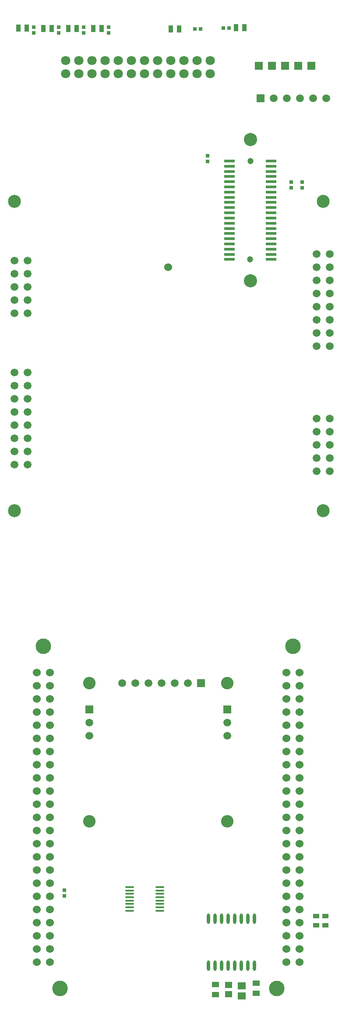
<source format=gbr>
G04 Layer_Color=255*
%FSLAX26Y26*%
%MOIN*%
%TF.FileFunction,Pads,Bot*%
%TF.Part,Single*%
G01*
G75*
%TA.AperFunction,SMDPad,CuDef*%
%ADD12R,0.029528X0.025591*%
%ADD15R,0.051181X0.033465*%
%ADD17R,0.025591X0.029528*%
%TA.AperFunction,ComponentPad*%
%ADD21C,0.059055*%
%ADD22R,0.059055X0.059055*%
%ADD23C,0.100000*%
%ADD24C,0.047000*%
%ADD25C,0.070866*%
%ADD26C,0.060000*%
%ADD27C,0.118110*%
%ADD28R,0.059055X0.059055*%
%ADD29R,0.060000X0.060000*%
%TA.AperFunction,ViaPad*%
%ADD30C,0.060000*%
%TA.AperFunction,WasherPad*%
%ADD31C,0.098425*%
%ADD32C,0.095000*%
%TA.AperFunction,SMDPad,CuDef*%
%ADD35R,0.055118X0.041339*%
%ADD36R,0.057087X0.045276*%
%ADD37R,0.061024X0.053150*%
%ADD38O,0.023622X0.078740*%
%ADD39R,0.037402X0.053150*%
%ADD40O,0.072835X0.013780*%
%ADD41R,0.078740X0.024000*%
D12*
X-1018000Y6583346D02*
D03*
X-1018000Y6626654D02*
D03*
X-2108000Y1003346D02*
D03*
X-2108000Y1046653D02*
D03*
X-1773000Y7558346D02*
D03*
X-1773000Y7601654D02*
D03*
X-383000Y6383346D02*
D03*
X-383000Y6426654D02*
D03*
X-298000Y6383346D02*
D03*
X-298000Y6426654D02*
D03*
X-2153000Y7558346D02*
D03*
X-2153000Y7601654D02*
D03*
X-1963000Y7558346D02*
D03*
X-1963000Y7601654D02*
D03*
X-2343000Y7558346D02*
D03*
X-2343000Y7601654D02*
D03*
D15*
X-193804Y847287D02*
D03*
X-193804Y780359D02*
D03*
X-122936Y780359D02*
D03*
X-122936Y847287D02*
D03*
D17*
X-1071346Y7590000D02*
D03*
X-1114653Y7590000D02*
D03*
X-899654Y7595000D02*
D03*
X-856346Y7595000D02*
D03*
D21*
X-869851Y2220178D02*
D03*
X-869851Y2320178D02*
D03*
X-1919851Y2220178D02*
D03*
X-1919851Y2320178D02*
D03*
X-188000Y4228500D02*
D03*
X-188000Y4328500D02*
D03*
X-188000Y4428500D02*
D03*
X-188000Y4528500D02*
D03*
X-188000Y4628500D02*
D03*
X-88000Y4228500D02*
D03*
X-88000Y4328500D02*
D03*
X-88000Y4428500D02*
D03*
X-88000Y4528500D02*
D03*
X-88000Y4628500D02*
D03*
X-116001Y7061500D02*
D03*
X-216001Y7061500D02*
D03*
X-316001Y7061500D02*
D03*
X-416001Y7061500D02*
D03*
X-516001Y7061500D02*
D03*
X-2488000Y5428500D02*
D03*
X-2488000Y5528500D02*
D03*
X-2488000Y5628500D02*
D03*
X-2488000Y5728500D02*
D03*
X-2488000Y5828500D02*
D03*
X-2388000Y5428500D02*
D03*
X-2388000Y5528500D02*
D03*
X-2388000Y5628500D02*
D03*
X-2388000Y5728500D02*
D03*
X-2388000Y5828500D02*
D03*
X-2388000Y4278500D02*
D03*
X-2388000Y4378500D02*
D03*
X-2388000Y4478500D02*
D03*
X-2488000Y4278500D02*
D03*
X-2488000Y4378500D02*
D03*
X-2488000Y4478500D02*
D03*
X-2388000Y4578500D02*
D03*
X-2388000Y4678500D02*
D03*
X-2388000Y4778500D02*
D03*
X-2388000Y4878500D02*
D03*
X-2388000Y4978500D02*
D03*
X-2488000Y4578500D02*
D03*
X-2488000Y4678500D02*
D03*
X-2488000Y4778500D02*
D03*
X-2488000Y4878500D02*
D03*
X-2488000Y4978500D02*
D03*
X-88000Y5178500D02*
D03*
X-88000Y5278500D02*
D03*
X-88000Y5378500D02*
D03*
X-188000Y5178500D02*
D03*
X-188000Y5278500D02*
D03*
X-188000Y5378500D02*
D03*
X-88000Y5478500D02*
D03*
X-88000Y5578500D02*
D03*
X-88000Y5678500D02*
D03*
X-88000Y5778500D02*
D03*
X-88000Y5878500D02*
D03*
X-188000Y5478500D02*
D03*
X-188000Y5578500D02*
D03*
X-188000Y5678500D02*
D03*
X-188000Y5778500D02*
D03*
X-188000Y5878500D02*
D03*
X-1269851Y2620178D02*
D03*
X-1169851Y2620178D02*
D03*
X-1369851Y2620178D02*
D03*
X-1469851Y2620178D02*
D03*
X-1569851Y2620178D02*
D03*
X-1669851Y2620178D02*
D03*
D22*
X-869851Y2420178D02*
D03*
X-1919851Y2420178D02*
D03*
D23*
X-693803Y5675260D02*
D03*
X-693803Y6747660D02*
D03*
D24*
X-693803Y6585760D02*
D03*
X-695403Y5837160D02*
D03*
D25*
X-1098000Y7248500D02*
D03*
X-1098000Y7348500D02*
D03*
X-1198000Y7348500D02*
D03*
X-1298000Y7348500D02*
D03*
X-1398000Y7348500D02*
D03*
X-1498000Y7348500D02*
D03*
X-1598000Y7348500D02*
D03*
X-1698000Y7348500D02*
D03*
X-1798000Y7348500D02*
D03*
X-1898000Y7348500D02*
D03*
X-1998000Y7348500D02*
D03*
X-2098000Y7348500D02*
D03*
X-1198000Y7248500D02*
D03*
X-1298000Y7248500D02*
D03*
X-1398000Y7248500D02*
D03*
X-1498000Y7248500D02*
D03*
X-1598000Y7248500D02*
D03*
X-1698000Y7248500D02*
D03*
X-1798000Y7248500D02*
D03*
X-1898000Y7248500D02*
D03*
X-1998000Y7248500D02*
D03*
X-2098000Y7248500D02*
D03*
X-998000Y7348500D02*
D03*
X-998000Y7248500D02*
D03*
D26*
X-2318000Y2700000D02*
D03*
X-418000Y500000D02*
D03*
X-418000Y600000D02*
D03*
X-418000Y700000D02*
D03*
X-418000Y800000D02*
D03*
X-418000Y900000D02*
D03*
X-418000Y1000000D02*
D03*
X-418000Y1100000D02*
D03*
X-418000Y1200000D02*
D03*
X-418000Y1300000D02*
D03*
X-418000Y1400000D02*
D03*
X-418000Y1500000D02*
D03*
X-418000Y1600000D02*
D03*
X-418000Y1700000D02*
D03*
X-418000Y1800000D02*
D03*
X-418000Y1900000D02*
D03*
X-418000Y2000000D02*
D03*
X-418000Y2100000D02*
D03*
X-418000Y2200000D02*
D03*
X-418000Y2300000D02*
D03*
X-418000Y2400000D02*
D03*
X-418000Y2500000D02*
D03*
X-418000Y2600000D02*
D03*
X-318000Y500000D02*
D03*
X-318000Y600000D02*
D03*
X-318000Y700000D02*
D03*
X-318000Y800000D02*
D03*
X-318000Y900000D02*
D03*
X-318000Y1000000D02*
D03*
X-318000Y1100000D02*
D03*
X-318000Y1200000D02*
D03*
X-318000Y1300000D02*
D03*
X-318000Y1400000D02*
D03*
X-318000Y1500000D02*
D03*
X-318000Y1600000D02*
D03*
X-318000Y1700000D02*
D03*
X-318000Y1800000D02*
D03*
X-318000Y1900000D02*
D03*
X-318000Y2000000D02*
D03*
X-318000Y2100000D02*
D03*
X-318000Y2200000D02*
D03*
X-318000Y2300000D02*
D03*
X-318000Y2400000D02*
D03*
X-318000Y2500000D02*
D03*
X-318000Y2600000D02*
D03*
X-318000Y2700000D02*
D03*
X-418000Y2700000D02*
D03*
X-2318000Y500000D02*
D03*
X-2318000Y600000D02*
D03*
X-2318000Y700000D02*
D03*
X-2318000Y800000D02*
D03*
X-2318000Y900000D02*
D03*
X-2318000Y1000000D02*
D03*
X-2318000Y1100000D02*
D03*
X-2318000Y1200000D02*
D03*
X-2318000Y1300000D02*
D03*
X-2318000Y1400000D02*
D03*
X-2318000Y1500000D02*
D03*
X-2318000Y1600000D02*
D03*
X-2318000Y1700000D02*
D03*
X-2318000Y1800000D02*
D03*
X-2318000Y1900000D02*
D03*
X-2318000Y2000000D02*
D03*
X-2318000Y2100000D02*
D03*
X-2318000Y2200000D02*
D03*
X-2318000Y2300000D02*
D03*
X-2318000Y2400000D02*
D03*
X-2318000Y2500000D02*
D03*
X-2318000Y2600000D02*
D03*
X-2218000Y500000D02*
D03*
X-2218000Y600000D02*
D03*
X-2218000Y700000D02*
D03*
X-2218000Y800000D02*
D03*
X-2218000Y900000D02*
D03*
X-2218000Y1000000D02*
D03*
X-2218000Y1100000D02*
D03*
X-2218000Y1200000D02*
D03*
X-2218000Y1300000D02*
D03*
X-2218000Y1400000D02*
D03*
X-2218000Y1500000D02*
D03*
X-2218000Y1600000D02*
D03*
X-2218000Y1700000D02*
D03*
X-2218000Y1800000D02*
D03*
X-2218000Y1900000D02*
D03*
X-2218000Y2000000D02*
D03*
X-2218000Y2100000D02*
D03*
X-2218000Y2200000D02*
D03*
X-2218000Y2300000D02*
D03*
X-2218000Y2400000D02*
D03*
X-2218000Y2500000D02*
D03*
X-2218000Y2600000D02*
D03*
X-2218000Y2700000D02*
D03*
D27*
X-2143000Y300000D02*
D03*
X-493000Y300000D02*
D03*
X-368000Y2900000D02*
D03*
X-2268000Y2900000D02*
D03*
D28*
X-616001Y7061500D02*
D03*
X-1069851Y2620178D02*
D03*
D29*
X-330481Y7307176D02*
D03*
X-430481Y7307176D02*
D03*
X-530481Y7307176D02*
D03*
X-630481Y7307176D02*
D03*
X-230481Y7307176D02*
D03*
D30*
X-1318000Y5778500D02*
D03*
D31*
X-2488000Y6278500D02*
D03*
X-2488000Y3928500D02*
D03*
X-138000Y6278500D02*
D03*
X-138000Y3928500D02*
D03*
D32*
X-1919851Y1570178D02*
D03*
X-869851Y2620178D02*
D03*
X-869851Y1570178D02*
D03*
X-1919851Y2620178D02*
D03*
D35*
X-958000Y327402D02*
D03*
X-958000Y252599D02*
D03*
X-648000Y337402D02*
D03*
X-648000Y262599D02*
D03*
D36*
X-858000Y254567D02*
D03*
X-858000Y325433D02*
D03*
D37*
X-758000Y240630D02*
D03*
X-758000Y319370D02*
D03*
D38*
X-663000Y472835D02*
D03*
X-713000Y472835D02*
D03*
X-763000Y472835D02*
D03*
X-813000Y472835D02*
D03*
X-863000Y472835D02*
D03*
X-913000Y472835D02*
D03*
X-963000Y472835D02*
D03*
X-1013000Y472835D02*
D03*
X-663000Y827165D02*
D03*
X-713000Y827165D02*
D03*
X-763000Y827165D02*
D03*
X-813000Y827165D02*
D03*
X-863000Y827165D02*
D03*
X-913000Y827165D02*
D03*
X-963000Y827165D02*
D03*
X-1013000Y827165D02*
D03*
D39*
X-1236504Y7587500D02*
D03*
X-1299496Y7587500D02*
D03*
X-738985Y7597176D02*
D03*
X-801977Y7597176D02*
D03*
X-2269496Y7593499D02*
D03*
X-2206504Y7593499D02*
D03*
X-2079496Y7593499D02*
D03*
X-2016504Y7593499D02*
D03*
X-1889496Y7593499D02*
D03*
X-1826504Y7593499D02*
D03*
X-2459496Y7595001D02*
D03*
X-2396504Y7595001D02*
D03*
D40*
X-1381795Y1068745D02*
D03*
X-1381795Y1043153D02*
D03*
X-1381795Y1017563D02*
D03*
X-1381795Y991973D02*
D03*
X-1381795Y966383D02*
D03*
X-1381795Y940791D02*
D03*
X-1381795Y915201D02*
D03*
X-1381795Y889611D02*
D03*
X-1612111Y1068745D02*
D03*
X-1612111Y1043153D02*
D03*
X-1612111Y1017563D02*
D03*
X-1612111Y991973D02*
D03*
X-1612111Y966383D02*
D03*
X-1612111Y940791D02*
D03*
X-1612111Y915201D02*
D03*
X-1612111Y889611D02*
D03*
D41*
X-851403Y6585760D02*
D03*
X-851403Y6546360D02*
D03*
X-851403Y6506960D02*
D03*
X-851403Y6467560D02*
D03*
X-851403Y6428160D02*
D03*
X-851403Y6388760D02*
D03*
X-851403Y6349360D02*
D03*
X-851403Y6309960D02*
D03*
X-851403Y6270560D02*
D03*
X-851403Y6231160D02*
D03*
X-851403Y6191760D02*
D03*
X-851403Y6152360D02*
D03*
X-851403Y6112960D02*
D03*
X-851403Y6073560D02*
D03*
X-851403Y6034160D02*
D03*
X-851403Y5994760D02*
D03*
X-851403Y5955360D02*
D03*
X-851403Y5915960D02*
D03*
X-851403Y5876560D02*
D03*
X-851403Y5837160D02*
D03*
X-536203Y6585760D02*
D03*
X-536203Y6546360D02*
D03*
X-536203Y6506960D02*
D03*
X-536203Y6467560D02*
D03*
X-536203Y6428160D02*
D03*
X-536203Y6388760D02*
D03*
X-536203Y6349360D02*
D03*
X-536203Y6309960D02*
D03*
X-536203Y6270560D02*
D03*
X-536203Y6231160D02*
D03*
X-536203Y6191760D02*
D03*
X-536203Y6152360D02*
D03*
X-536203Y6112960D02*
D03*
X-536203Y6073560D02*
D03*
X-536203Y6034160D02*
D03*
X-536203Y5994760D02*
D03*
X-536203Y5955360D02*
D03*
X-536203Y5915960D02*
D03*
X-536203Y5876560D02*
D03*
X-536203Y5837160D02*
D03*
D03*
%TF.MD5,c2c409a0a136dc0a0295e87ed6aafd4b*%
M02*

</source>
